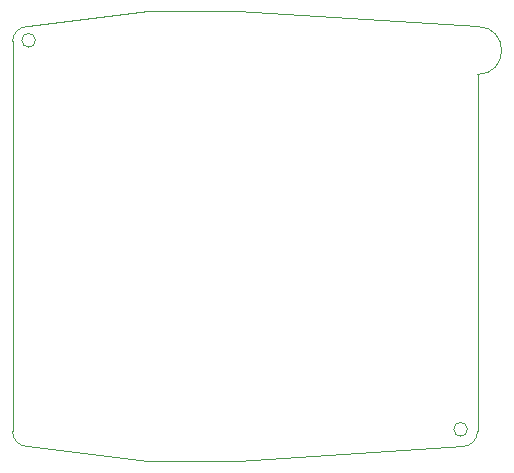
<source format=gbr>
G04 #@! TF.GenerationSoftware,KiCad,Pcbnew,(5.1.4)*
G04 #@! TF.CreationDate,2019-12-13T22:41:35+01:00*
G04 #@! TF.ProjectId,hardware,68617264-7761-4726-952e-6b696361645f,rev?*
G04 #@! TF.SameCoordinates,Original*
G04 #@! TF.FileFunction,Profile,NP*
%FSLAX46Y46*%
G04 Gerber Fmt 4.6, Leading zero omitted, Abs format (unit mm)*
G04 Created by KiCad (PCBNEW (5.1.4)) date 2019-12-13 22:41:35*
%MOMM*%
%LPD*%
G04 APERTURE LIST*
%ADD10C,0.050000*%
G04 APERTURE END LIST*
D10*
X63910086Y-152220000D02*
G75*
G03X63910086Y-152220000I-580086J0D01*
G01*
X27340086Y-119280000D02*
G75*
G03X27340086Y-119280000I-580086J0D01*
G01*
X64770000Y-118110000D02*
G75*
G02X64770000Y-122174000I0J-2032000D01*
G01*
X64770000Y-122174000D02*
X64770000Y-152400000D01*
X64770000Y-118110000D02*
X44450000Y-116840000D01*
X64770000Y-152400000D02*
G75*
G02X63500000Y-153670000I-1270000J0D01*
G01*
X44450000Y-154940000D02*
X63500000Y-153670000D01*
X26670000Y-153670000D02*
G75*
G02X25400000Y-152400000I0J1270000D01*
G01*
X36830000Y-154940000D02*
X26670000Y-153670000D01*
X44450000Y-154940000D02*
X36830000Y-154940000D01*
X25400000Y-119380000D02*
G75*
G02X26670000Y-118110000I1270000J0D01*
G01*
X36830000Y-116840000D02*
X26670000Y-118110000D01*
X44450000Y-116840000D02*
X36830000Y-116840000D01*
X25400000Y-119380000D02*
X25400000Y-152400000D01*
M02*

</source>
